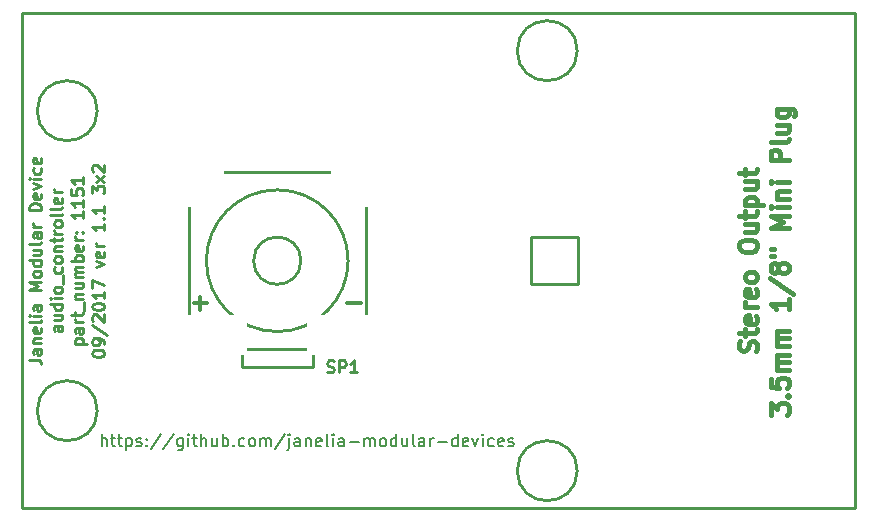
<source format=gto>
%TF.GenerationSoftware,KiCad,Pcbnew,no-vcs-found-33cc7b3~60~ubuntu16.04.1*%
%TF.CreationDate,2017-09-14T13:01:55-04:00*%
%TF.ProjectId,audio_controller_3x2,617564696F5F636F6E74726F6C6C6572,1.1*%
%TF.SameCoordinates,Original*%
%TF.FileFunction,Legend,Top*%
%TF.FilePolarity,Positive*%
%FSLAX46Y46*%
G04 Gerber Fmt 4.6, Leading zero omitted, Abs format (unit mm)*
G04 Created by KiCad (PCBNEW no-vcs-found-33cc7b3~60~ubuntu16.04.1) date Thu Sep 14 13:01:55 2017*
%MOMM*%
%LPD*%
G01*
G04 APERTURE LIST*
%ADD10C,0.228600*%
%ADD11C,0.381000*%
%ADD12C,0.190500*%
%ADD13C,0.254000*%
%ADD14C,0.250000*%
%ADD15C,0.375000*%
%ADD16R,6.500000X3.500000*%
%ADD17R,4.500000X3.500000*%
%ADD18C,3.556000*%
%ADD19O,1.854200X2.540000*%
%ADD20R,1.854200X2.540000*%
%ADD21R,3.475000X3.475000*%
%ADD22C,2.100000*%
G04 APERTURE END LIST*
D10*
X156210000Y-67945000D02*
X85725000Y-67945000D01*
X156210000Y-109855000D02*
X156210000Y-67945000D01*
X85725000Y-109855000D02*
X156210000Y-109855000D01*
X85725000Y-67945000D02*
X85725000Y-109855000D01*
D11*
X147873357Y-96556285D02*
X147945928Y-96338571D01*
X147945928Y-95975714D01*
X147873357Y-95830571D01*
X147800785Y-95758000D01*
X147655642Y-95685428D01*
X147510500Y-95685428D01*
X147365357Y-95758000D01*
X147292785Y-95830571D01*
X147220214Y-95975714D01*
X147147642Y-96266000D01*
X147075071Y-96411142D01*
X147002500Y-96483714D01*
X146857357Y-96556285D01*
X146712214Y-96556285D01*
X146567071Y-96483714D01*
X146494500Y-96411142D01*
X146421928Y-96266000D01*
X146421928Y-95903142D01*
X146494500Y-95685428D01*
X146929928Y-95250000D02*
X146929928Y-94669428D01*
X146421928Y-95032285D02*
X147728214Y-95032285D01*
X147873357Y-94959714D01*
X147945928Y-94814571D01*
X147945928Y-94669428D01*
X147873357Y-93580857D02*
X147945928Y-93726000D01*
X147945928Y-94016285D01*
X147873357Y-94161428D01*
X147728214Y-94234000D01*
X147147642Y-94234000D01*
X147002500Y-94161428D01*
X146929928Y-94016285D01*
X146929928Y-93726000D01*
X147002500Y-93580857D01*
X147147642Y-93508285D01*
X147292785Y-93508285D01*
X147437928Y-94234000D01*
X147945928Y-92855142D02*
X146929928Y-92855142D01*
X147220214Y-92855142D02*
X147075071Y-92782571D01*
X147002500Y-92710000D01*
X146929928Y-92564857D01*
X146929928Y-92419714D01*
X147873357Y-91331142D02*
X147945928Y-91476285D01*
X147945928Y-91766571D01*
X147873357Y-91911714D01*
X147728214Y-91984285D01*
X147147642Y-91984285D01*
X147002500Y-91911714D01*
X146929928Y-91766571D01*
X146929928Y-91476285D01*
X147002500Y-91331142D01*
X147147642Y-91258571D01*
X147292785Y-91258571D01*
X147437928Y-91984285D01*
X147945928Y-90387714D02*
X147873357Y-90532857D01*
X147800785Y-90605428D01*
X147655642Y-90678000D01*
X147220214Y-90678000D01*
X147075071Y-90605428D01*
X147002500Y-90532857D01*
X146929928Y-90387714D01*
X146929928Y-90170000D01*
X147002500Y-90024857D01*
X147075071Y-89952285D01*
X147220214Y-89879714D01*
X147655642Y-89879714D01*
X147800785Y-89952285D01*
X147873357Y-90024857D01*
X147945928Y-90170000D01*
X147945928Y-90387714D01*
X146421928Y-87775142D02*
X146421928Y-87484857D01*
X146494500Y-87339714D01*
X146639642Y-87194571D01*
X146929928Y-87122000D01*
X147437928Y-87122000D01*
X147728214Y-87194571D01*
X147873357Y-87339714D01*
X147945928Y-87484857D01*
X147945928Y-87775142D01*
X147873357Y-87920285D01*
X147728214Y-88065428D01*
X147437928Y-88138000D01*
X146929928Y-88138000D01*
X146639642Y-88065428D01*
X146494500Y-87920285D01*
X146421928Y-87775142D01*
X146929928Y-85815714D02*
X147945928Y-85815714D01*
X146929928Y-86468857D02*
X147728214Y-86468857D01*
X147873357Y-86396285D01*
X147945928Y-86251142D01*
X147945928Y-86033428D01*
X147873357Y-85888285D01*
X147800785Y-85815714D01*
X146929928Y-85307714D02*
X146929928Y-84727142D01*
X146421928Y-85090000D02*
X147728214Y-85090000D01*
X147873357Y-85017428D01*
X147945928Y-84872285D01*
X147945928Y-84727142D01*
X146929928Y-84219142D02*
X148453928Y-84219142D01*
X147002500Y-84219142D02*
X146929928Y-84074000D01*
X146929928Y-83783714D01*
X147002500Y-83638571D01*
X147075071Y-83566000D01*
X147220214Y-83493428D01*
X147655642Y-83493428D01*
X147800785Y-83566000D01*
X147873357Y-83638571D01*
X147945928Y-83783714D01*
X147945928Y-84074000D01*
X147873357Y-84219142D01*
X146929928Y-82187142D02*
X147945928Y-82187142D01*
X146929928Y-82840285D02*
X147728214Y-82840285D01*
X147873357Y-82767714D01*
X147945928Y-82622571D01*
X147945928Y-82404857D01*
X147873357Y-82259714D01*
X147800785Y-82187142D01*
X146929928Y-81679142D02*
X146929928Y-81098571D01*
X146421928Y-81461428D02*
X147728214Y-81461428D01*
X147873357Y-81388857D01*
X147945928Y-81243714D01*
X147945928Y-81098571D01*
X149088928Y-101926571D02*
X149088928Y-100983142D01*
X149669500Y-101491142D01*
X149669500Y-101273428D01*
X149742071Y-101128285D01*
X149814642Y-101055714D01*
X149959785Y-100983142D01*
X150322642Y-100983142D01*
X150467785Y-101055714D01*
X150540357Y-101128285D01*
X150612928Y-101273428D01*
X150612928Y-101708857D01*
X150540357Y-101854000D01*
X150467785Y-101926571D01*
X150467785Y-100330000D02*
X150540357Y-100257428D01*
X150612928Y-100330000D01*
X150540357Y-100402571D01*
X150467785Y-100330000D01*
X150612928Y-100330000D01*
X149088928Y-98878571D02*
X149088928Y-99604285D01*
X149814642Y-99676857D01*
X149742071Y-99604285D01*
X149669500Y-99459142D01*
X149669500Y-99096285D01*
X149742071Y-98951142D01*
X149814642Y-98878571D01*
X149959785Y-98806000D01*
X150322642Y-98806000D01*
X150467785Y-98878571D01*
X150540357Y-98951142D01*
X150612928Y-99096285D01*
X150612928Y-99459142D01*
X150540357Y-99604285D01*
X150467785Y-99676857D01*
X150612928Y-98152857D02*
X149596928Y-98152857D01*
X149742071Y-98152857D02*
X149669500Y-98080285D01*
X149596928Y-97935142D01*
X149596928Y-97717428D01*
X149669500Y-97572285D01*
X149814642Y-97499714D01*
X150612928Y-97499714D01*
X149814642Y-97499714D02*
X149669500Y-97427142D01*
X149596928Y-97282000D01*
X149596928Y-97064285D01*
X149669500Y-96919142D01*
X149814642Y-96846571D01*
X150612928Y-96846571D01*
X150612928Y-96120857D02*
X149596928Y-96120857D01*
X149742071Y-96120857D02*
X149669500Y-96048285D01*
X149596928Y-95903142D01*
X149596928Y-95685428D01*
X149669500Y-95540285D01*
X149814642Y-95467714D01*
X150612928Y-95467714D01*
X149814642Y-95467714D02*
X149669500Y-95395142D01*
X149596928Y-95250000D01*
X149596928Y-95032285D01*
X149669500Y-94887142D01*
X149814642Y-94814571D01*
X150612928Y-94814571D01*
X150612928Y-92129428D02*
X150612928Y-93000285D01*
X150612928Y-92564857D02*
X149088928Y-92564857D01*
X149306642Y-92710000D01*
X149451785Y-92855142D01*
X149524357Y-93000285D01*
X149016357Y-90387714D02*
X150975785Y-91694000D01*
X149742071Y-89662000D02*
X149669500Y-89807142D01*
X149596928Y-89879714D01*
X149451785Y-89952285D01*
X149379214Y-89952285D01*
X149234071Y-89879714D01*
X149161500Y-89807142D01*
X149088928Y-89662000D01*
X149088928Y-89371714D01*
X149161500Y-89226571D01*
X149234071Y-89154000D01*
X149379214Y-89081428D01*
X149451785Y-89081428D01*
X149596928Y-89154000D01*
X149669500Y-89226571D01*
X149742071Y-89371714D01*
X149742071Y-89662000D01*
X149814642Y-89807142D01*
X149887214Y-89879714D01*
X150032357Y-89952285D01*
X150322642Y-89952285D01*
X150467785Y-89879714D01*
X150540357Y-89807142D01*
X150612928Y-89662000D01*
X150612928Y-89371714D01*
X150540357Y-89226571D01*
X150467785Y-89154000D01*
X150322642Y-89081428D01*
X150032357Y-89081428D01*
X149887214Y-89154000D01*
X149814642Y-89226571D01*
X149742071Y-89371714D01*
X149088928Y-88500857D02*
X149379214Y-88500857D01*
X149088928Y-87920285D02*
X149379214Y-87920285D01*
X150612928Y-86106000D02*
X149088928Y-86106000D01*
X150177500Y-85598000D01*
X149088928Y-85090000D01*
X150612928Y-85090000D01*
X150612928Y-84364285D02*
X149596928Y-84364285D01*
X149088928Y-84364285D02*
X149161500Y-84436857D01*
X149234071Y-84364285D01*
X149161500Y-84291714D01*
X149088928Y-84364285D01*
X149234071Y-84364285D01*
X149596928Y-83638571D02*
X150612928Y-83638571D01*
X149742071Y-83638571D02*
X149669500Y-83566000D01*
X149596928Y-83420857D01*
X149596928Y-83203142D01*
X149669500Y-83058000D01*
X149814642Y-82985428D01*
X150612928Y-82985428D01*
X150612928Y-82259714D02*
X149596928Y-82259714D01*
X149088928Y-82259714D02*
X149161500Y-82332285D01*
X149234071Y-82259714D01*
X149161500Y-82187142D01*
X149088928Y-82259714D01*
X149234071Y-82259714D01*
X150612928Y-80372857D02*
X149088928Y-80372857D01*
X149088928Y-79792285D01*
X149161500Y-79647142D01*
X149234071Y-79574571D01*
X149379214Y-79502000D01*
X149596928Y-79502000D01*
X149742071Y-79574571D01*
X149814642Y-79647142D01*
X149887214Y-79792285D01*
X149887214Y-80372857D01*
X150612928Y-78631142D02*
X150540357Y-78776285D01*
X150395214Y-78848857D01*
X149088928Y-78848857D01*
X149596928Y-77397428D02*
X150612928Y-77397428D01*
X149596928Y-78050571D02*
X150395214Y-78050571D01*
X150540357Y-77978000D01*
X150612928Y-77832857D01*
X150612928Y-77615142D01*
X150540357Y-77470000D01*
X150467785Y-77397428D01*
X149596928Y-76018571D02*
X150830642Y-76018571D01*
X150975785Y-76091142D01*
X151048357Y-76163714D01*
X151120928Y-76308857D01*
X151120928Y-76526571D01*
X151048357Y-76671714D01*
X150540357Y-76018571D02*
X150612928Y-76163714D01*
X150612928Y-76454000D01*
X150540357Y-76599142D01*
X150467785Y-76671714D01*
X150322642Y-76744285D01*
X149887214Y-76744285D01*
X149742071Y-76671714D01*
X149669500Y-76599142D01*
X149596928Y-76454000D01*
X149596928Y-76163714D01*
X149669500Y-76018571D01*
D12*
X92437857Y-104599619D02*
X92437857Y-103583619D01*
X92873285Y-104599619D02*
X92873285Y-104067428D01*
X92824904Y-103970666D01*
X92728142Y-103922285D01*
X92583000Y-103922285D01*
X92486238Y-103970666D01*
X92437857Y-104019047D01*
X93211952Y-103922285D02*
X93599000Y-103922285D01*
X93357095Y-103583619D02*
X93357095Y-104454476D01*
X93405476Y-104551238D01*
X93502238Y-104599619D01*
X93599000Y-104599619D01*
X93792523Y-103922285D02*
X94179571Y-103922285D01*
X93937666Y-103583619D02*
X93937666Y-104454476D01*
X93986047Y-104551238D01*
X94082809Y-104599619D01*
X94179571Y-104599619D01*
X94518238Y-103922285D02*
X94518238Y-104938285D01*
X94518238Y-103970666D02*
X94615000Y-103922285D01*
X94808523Y-103922285D01*
X94905285Y-103970666D01*
X94953666Y-104019047D01*
X95002047Y-104115809D01*
X95002047Y-104406095D01*
X94953666Y-104502857D01*
X94905285Y-104551238D01*
X94808523Y-104599619D01*
X94615000Y-104599619D01*
X94518238Y-104551238D01*
X95389095Y-104551238D02*
X95485857Y-104599619D01*
X95679380Y-104599619D01*
X95776142Y-104551238D01*
X95824523Y-104454476D01*
X95824523Y-104406095D01*
X95776142Y-104309333D01*
X95679380Y-104260952D01*
X95534238Y-104260952D01*
X95437476Y-104212571D01*
X95389095Y-104115809D01*
X95389095Y-104067428D01*
X95437476Y-103970666D01*
X95534238Y-103922285D01*
X95679380Y-103922285D01*
X95776142Y-103970666D01*
X96259952Y-104502857D02*
X96308333Y-104551238D01*
X96259952Y-104599619D01*
X96211571Y-104551238D01*
X96259952Y-104502857D01*
X96259952Y-104599619D01*
X96259952Y-103970666D02*
X96308333Y-104019047D01*
X96259952Y-104067428D01*
X96211571Y-104019047D01*
X96259952Y-103970666D01*
X96259952Y-104067428D01*
X97469476Y-103535238D02*
X96598619Y-104841523D01*
X98533857Y-103535238D02*
X97663000Y-104841523D01*
X99307952Y-103922285D02*
X99307952Y-104744761D01*
X99259571Y-104841523D01*
X99211190Y-104889904D01*
X99114428Y-104938285D01*
X98969285Y-104938285D01*
X98872523Y-104889904D01*
X99307952Y-104551238D02*
X99211190Y-104599619D01*
X99017666Y-104599619D01*
X98920904Y-104551238D01*
X98872523Y-104502857D01*
X98824142Y-104406095D01*
X98824142Y-104115809D01*
X98872523Y-104019047D01*
X98920904Y-103970666D01*
X99017666Y-103922285D01*
X99211190Y-103922285D01*
X99307952Y-103970666D01*
X99791761Y-104599619D02*
X99791761Y-103922285D01*
X99791761Y-103583619D02*
X99743380Y-103632000D01*
X99791761Y-103680380D01*
X99840142Y-103632000D01*
X99791761Y-103583619D01*
X99791761Y-103680380D01*
X100130428Y-103922285D02*
X100517476Y-103922285D01*
X100275571Y-103583619D02*
X100275571Y-104454476D01*
X100323952Y-104551238D01*
X100420714Y-104599619D01*
X100517476Y-104599619D01*
X100856142Y-104599619D02*
X100856142Y-103583619D01*
X101291571Y-104599619D02*
X101291571Y-104067428D01*
X101243190Y-103970666D01*
X101146428Y-103922285D01*
X101001285Y-103922285D01*
X100904523Y-103970666D01*
X100856142Y-104019047D01*
X102210809Y-103922285D02*
X102210809Y-104599619D01*
X101775380Y-103922285D02*
X101775380Y-104454476D01*
X101823761Y-104551238D01*
X101920523Y-104599619D01*
X102065666Y-104599619D01*
X102162428Y-104551238D01*
X102210809Y-104502857D01*
X102694619Y-104599619D02*
X102694619Y-103583619D01*
X102694619Y-103970666D02*
X102791380Y-103922285D01*
X102984904Y-103922285D01*
X103081666Y-103970666D01*
X103130047Y-104019047D01*
X103178428Y-104115809D01*
X103178428Y-104406095D01*
X103130047Y-104502857D01*
X103081666Y-104551238D01*
X102984904Y-104599619D01*
X102791380Y-104599619D01*
X102694619Y-104551238D01*
X103613857Y-104502857D02*
X103662238Y-104551238D01*
X103613857Y-104599619D01*
X103565476Y-104551238D01*
X103613857Y-104502857D01*
X103613857Y-104599619D01*
X104533095Y-104551238D02*
X104436333Y-104599619D01*
X104242809Y-104599619D01*
X104146047Y-104551238D01*
X104097666Y-104502857D01*
X104049285Y-104406095D01*
X104049285Y-104115809D01*
X104097666Y-104019047D01*
X104146047Y-103970666D01*
X104242809Y-103922285D01*
X104436333Y-103922285D01*
X104533095Y-103970666D01*
X105113666Y-104599619D02*
X105016904Y-104551238D01*
X104968523Y-104502857D01*
X104920142Y-104406095D01*
X104920142Y-104115809D01*
X104968523Y-104019047D01*
X105016904Y-103970666D01*
X105113666Y-103922285D01*
X105258809Y-103922285D01*
X105355571Y-103970666D01*
X105403952Y-104019047D01*
X105452333Y-104115809D01*
X105452333Y-104406095D01*
X105403952Y-104502857D01*
X105355571Y-104551238D01*
X105258809Y-104599619D01*
X105113666Y-104599619D01*
X105887761Y-104599619D02*
X105887761Y-103922285D01*
X105887761Y-104019047D02*
X105936142Y-103970666D01*
X106032904Y-103922285D01*
X106178047Y-103922285D01*
X106274809Y-103970666D01*
X106323190Y-104067428D01*
X106323190Y-104599619D01*
X106323190Y-104067428D02*
X106371571Y-103970666D01*
X106468333Y-103922285D01*
X106613476Y-103922285D01*
X106710238Y-103970666D01*
X106758619Y-104067428D01*
X106758619Y-104599619D01*
X107968142Y-103535238D02*
X107097285Y-104841523D01*
X108306809Y-103922285D02*
X108306809Y-104793142D01*
X108258428Y-104889904D01*
X108161666Y-104938285D01*
X108113285Y-104938285D01*
X108306809Y-103583619D02*
X108258428Y-103632000D01*
X108306809Y-103680380D01*
X108355190Y-103632000D01*
X108306809Y-103583619D01*
X108306809Y-103680380D01*
X109226047Y-104599619D02*
X109226047Y-104067428D01*
X109177666Y-103970666D01*
X109080904Y-103922285D01*
X108887380Y-103922285D01*
X108790619Y-103970666D01*
X109226047Y-104551238D02*
X109129285Y-104599619D01*
X108887380Y-104599619D01*
X108790619Y-104551238D01*
X108742238Y-104454476D01*
X108742238Y-104357714D01*
X108790619Y-104260952D01*
X108887380Y-104212571D01*
X109129285Y-104212571D01*
X109226047Y-104164190D01*
X109709857Y-103922285D02*
X109709857Y-104599619D01*
X109709857Y-104019047D02*
X109758238Y-103970666D01*
X109855000Y-103922285D01*
X110000142Y-103922285D01*
X110096904Y-103970666D01*
X110145285Y-104067428D01*
X110145285Y-104599619D01*
X111016142Y-104551238D02*
X110919380Y-104599619D01*
X110725857Y-104599619D01*
X110629095Y-104551238D01*
X110580714Y-104454476D01*
X110580714Y-104067428D01*
X110629095Y-103970666D01*
X110725857Y-103922285D01*
X110919380Y-103922285D01*
X111016142Y-103970666D01*
X111064523Y-104067428D01*
X111064523Y-104164190D01*
X110580714Y-104260952D01*
X111645095Y-104599619D02*
X111548333Y-104551238D01*
X111499952Y-104454476D01*
X111499952Y-103583619D01*
X112032142Y-104599619D02*
X112032142Y-103922285D01*
X112032142Y-103583619D02*
X111983761Y-103632000D01*
X112032142Y-103680380D01*
X112080523Y-103632000D01*
X112032142Y-103583619D01*
X112032142Y-103680380D01*
X112951380Y-104599619D02*
X112951380Y-104067428D01*
X112903000Y-103970666D01*
X112806238Y-103922285D01*
X112612714Y-103922285D01*
X112515952Y-103970666D01*
X112951380Y-104551238D02*
X112854619Y-104599619D01*
X112612714Y-104599619D01*
X112515952Y-104551238D01*
X112467571Y-104454476D01*
X112467571Y-104357714D01*
X112515952Y-104260952D01*
X112612714Y-104212571D01*
X112854619Y-104212571D01*
X112951380Y-104164190D01*
X113435190Y-104212571D02*
X114209285Y-104212571D01*
X114693095Y-104599619D02*
X114693095Y-103922285D01*
X114693095Y-104019047D02*
X114741476Y-103970666D01*
X114838238Y-103922285D01*
X114983380Y-103922285D01*
X115080142Y-103970666D01*
X115128523Y-104067428D01*
X115128523Y-104599619D01*
X115128523Y-104067428D02*
X115176904Y-103970666D01*
X115273666Y-103922285D01*
X115418809Y-103922285D01*
X115515571Y-103970666D01*
X115563952Y-104067428D01*
X115563952Y-104599619D01*
X116192904Y-104599619D02*
X116096142Y-104551238D01*
X116047761Y-104502857D01*
X115999380Y-104406095D01*
X115999380Y-104115809D01*
X116047761Y-104019047D01*
X116096142Y-103970666D01*
X116192904Y-103922285D01*
X116338047Y-103922285D01*
X116434809Y-103970666D01*
X116483190Y-104019047D01*
X116531571Y-104115809D01*
X116531571Y-104406095D01*
X116483190Y-104502857D01*
X116434809Y-104551238D01*
X116338047Y-104599619D01*
X116192904Y-104599619D01*
X117402428Y-104599619D02*
X117402428Y-103583619D01*
X117402428Y-104551238D02*
X117305666Y-104599619D01*
X117112142Y-104599619D01*
X117015380Y-104551238D01*
X116967000Y-104502857D01*
X116918619Y-104406095D01*
X116918619Y-104115809D01*
X116967000Y-104019047D01*
X117015380Y-103970666D01*
X117112142Y-103922285D01*
X117305666Y-103922285D01*
X117402428Y-103970666D01*
X118321666Y-103922285D02*
X118321666Y-104599619D01*
X117886238Y-103922285D02*
X117886238Y-104454476D01*
X117934619Y-104551238D01*
X118031380Y-104599619D01*
X118176523Y-104599619D01*
X118273285Y-104551238D01*
X118321666Y-104502857D01*
X118950619Y-104599619D02*
X118853857Y-104551238D01*
X118805476Y-104454476D01*
X118805476Y-103583619D01*
X119773095Y-104599619D02*
X119773095Y-104067428D01*
X119724714Y-103970666D01*
X119627952Y-103922285D01*
X119434428Y-103922285D01*
X119337666Y-103970666D01*
X119773095Y-104551238D02*
X119676333Y-104599619D01*
X119434428Y-104599619D01*
X119337666Y-104551238D01*
X119289285Y-104454476D01*
X119289285Y-104357714D01*
X119337666Y-104260952D01*
X119434428Y-104212571D01*
X119676333Y-104212571D01*
X119773095Y-104164190D01*
X120256904Y-104599619D02*
X120256904Y-103922285D01*
X120256904Y-104115809D02*
X120305285Y-104019047D01*
X120353666Y-103970666D01*
X120450428Y-103922285D01*
X120547190Y-103922285D01*
X120885857Y-104212571D02*
X121659952Y-104212571D01*
X122579190Y-104599619D02*
X122579190Y-103583619D01*
X122579190Y-104551238D02*
X122482428Y-104599619D01*
X122288904Y-104599619D01*
X122192142Y-104551238D01*
X122143761Y-104502857D01*
X122095380Y-104406095D01*
X122095380Y-104115809D01*
X122143761Y-104019047D01*
X122192142Y-103970666D01*
X122288904Y-103922285D01*
X122482428Y-103922285D01*
X122579190Y-103970666D01*
X123450047Y-104551238D02*
X123353285Y-104599619D01*
X123159761Y-104599619D01*
X123063000Y-104551238D01*
X123014619Y-104454476D01*
X123014619Y-104067428D01*
X123063000Y-103970666D01*
X123159761Y-103922285D01*
X123353285Y-103922285D01*
X123450047Y-103970666D01*
X123498428Y-104067428D01*
X123498428Y-104164190D01*
X123014619Y-104260952D01*
X123837095Y-103922285D02*
X124079000Y-104599619D01*
X124320904Y-103922285D01*
X124707952Y-104599619D02*
X124707952Y-103922285D01*
X124707952Y-103583619D02*
X124659571Y-103632000D01*
X124707952Y-103680380D01*
X124756333Y-103632000D01*
X124707952Y-103583619D01*
X124707952Y-103680380D01*
X125627190Y-104551238D02*
X125530428Y-104599619D01*
X125336904Y-104599619D01*
X125240142Y-104551238D01*
X125191761Y-104502857D01*
X125143380Y-104406095D01*
X125143380Y-104115809D01*
X125191761Y-104019047D01*
X125240142Y-103970666D01*
X125336904Y-103922285D01*
X125530428Y-103922285D01*
X125627190Y-103970666D01*
X126449666Y-104551238D02*
X126352904Y-104599619D01*
X126159380Y-104599619D01*
X126062619Y-104551238D01*
X126014238Y-104454476D01*
X126014238Y-104067428D01*
X126062619Y-103970666D01*
X126159380Y-103922285D01*
X126352904Y-103922285D01*
X126449666Y-103970666D01*
X126498047Y-104067428D01*
X126498047Y-104164190D01*
X126014238Y-104260952D01*
X126885095Y-104551238D02*
X126981857Y-104599619D01*
X127175380Y-104599619D01*
X127272142Y-104551238D01*
X127320523Y-104454476D01*
X127320523Y-104406095D01*
X127272142Y-104309333D01*
X127175380Y-104260952D01*
X127030238Y-104260952D01*
X126933476Y-104212571D01*
X126885095Y-104115809D01*
X126885095Y-104067428D01*
X126933476Y-103970666D01*
X127030238Y-103922285D01*
X127175380Y-103922285D01*
X127272142Y-103970666D01*
D13*
X86311619Y-97294095D02*
X87037333Y-97294095D01*
X87182476Y-97342476D01*
X87279238Y-97439238D01*
X87327619Y-97584380D01*
X87327619Y-97681142D01*
X87327619Y-96374857D02*
X86795428Y-96374857D01*
X86698666Y-96423238D01*
X86650285Y-96520000D01*
X86650285Y-96713523D01*
X86698666Y-96810285D01*
X87279238Y-96374857D02*
X87327619Y-96471619D01*
X87327619Y-96713523D01*
X87279238Y-96810285D01*
X87182476Y-96858666D01*
X87085714Y-96858666D01*
X86988952Y-96810285D01*
X86940571Y-96713523D01*
X86940571Y-96471619D01*
X86892190Y-96374857D01*
X86650285Y-95891047D02*
X87327619Y-95891047D01*
X86747047Y-95891047D02*
X86698666Y-95842666D01*
X86650285Y-95745904D01*
X86650285Y-95600761D01*
X86698666Y-95504000D01*
X86795428Y-95455619D01*
X87327619Y-95455619D01*
X87279238Y-94584761D02*
X87327619Y-94681523D01*
X87327619Y-94875047D01*
X87279238Y-94971809D01*
X87182476Y-95020190D01*
X86795428Y-95020190D01*
X86698666Y-94971809D01*
X86650285Y-94875047D01*
X86650285Y-94681523D01*
X86698666Y-94584761D01*
X86795428Y-94536380D01*
X86892190Y-94536380D01*
X86988952Y-95020190D01*
X87327619Y-93955809D02*
X87279238Y-94052571D01*
X87182476Y-94100952D01*
X86311619Y-94100952D01*
X87327619Y-93568761D02*
X86650285Y-93568761D01*
X86311619Y-93568761D02*
X86360000Y-93617142D01*
X86408380Y-93568761D01*
X86360000Y-93520380D01*
X86311619Y-93568761D01*
X86408380Y-93568761D01*
X87327619Y-92649523D02*
X86795428Y-92649523D01*
X86698666Y-92697904D01*
X86650285Y-92794666D01*
X86650285Y-92988190D01*
X86698666Y-93084952D01*
X87279238Y-92649523D02*
X87327619Y-92746285D01*
X87327619Y-92988190D01*
X87279238Y-93084952D01*
X87182476Y-93133333D01*
X87085714Y-93133333D01*
X86988952Y-93084952D01*
X86940571Y-92988190D01*
X86940571Y-92746285D01*
X86892190Y-92649523D01*
X87327619Y-91391619D02*
X86311619Y-91391619D01*
X87037333Y-91052952D01*
X86311619Y-90714285D01*
X87327619Y-90714285D01*
X87327619Y-90085333D02*
X87279238Y-90182095D01*
X87230857Y-90230476D01*
X87134095Y-90278857D01*
X86843809Y-90278857D01*
X86747047Y-90230476D01*
X86698666Y-90182095D01*
X86650285Y-90085333D01*
X86650285Y-89940190D01*
X86698666Y-89843428D01*
X86747047Y-89795047D01*
X86843809Y-89746666D01*
X87134095Y-89746666D01*
X87230857Y-89795047D01*
X87279238Y-89843428D01*
X87327619Y-89940190D01*
X87327619Y-90085333D01*
X87327619Y-88875809D02*
X86311619Y-88875809D01*
X87279238Y-88875809D02*
X87327619Y-88972571D01*
X87327619Y-89166095D01*
X87279238Y-89262857D01*
X87230857Y-89311238D01*
X87134095Y-89359619D01*
X86843809Y-89359619D01*
X86747047Y-89311238D01*
X86698666Y-89262857D01*
X86650285Y-89166095D01*
X86650285Y-88972571D01*
X86698666Y-88875809D01*
X86650285Y-87956571D02*
X87327619Y-87956571D01*
X86650285Y-88392000D02*
X87182476Y-88392000D01*
X87279238Y-88343619D01*
X87327619Y-88246857D01*
X87327619Y-88101714D01*
X87279238Y-88004952D01*
X87230857Y-87956571D01*
X87327619Y-87327619D02*
X87279238Y-87424380D01*
X87182476Y-87472761D01*
X86311619Y-87472761D01*
X87327619Y-86505142D02*
X86795428Y-86505142D01*
X86698666Y-86553523D01*
X86650285Y-86650285D01*
X86650285Y-86843809D01*
X86698666Y-86940571D01*
X87279238Y-86505142D02*
X87327619Y-86601904D01*
X87327619Y-86843809D01*
X87279238Y-86940571D01*
X87182476Y-86988952D01*
X87085714Y-86988952D01*
X86988952Y-86940571D01*
X86940571Y-86843809D01*
X86940571Y-86601904D01*
X86892190Y-86505142D01*
X87327619Y-86021333D02*
X86650285Y-86021333D01*
X86843809Y-86021333D02*
X86747047Y-85972952D01*
X86698666Y-85924571D01*
X86650285Y-85827809D01*
X86650285Y-85731047D01*
X87327619Y-84618285D02*
X86311619Y-84618285D01*
X86311619Y-84376380D01*
X86360000Y-84231238D01*
X86456761Y-84134476D01*
X86553523Y-84086095D01*
X86747047Y-84037714D01*
X86892190Y-84037714D01*
X87085714Y-84086095D01*
X87182476Y-84134476D01*
X87279238Y-84231238D01*
X87327619Y-84376380D01*
X87327619Y-84618285D01*
X87279238Y-83215238D02*
X87327619Y-83312000D01*
X87327619Y-83505523D01*
X87279238Y-83602285D01*
X87182476Y-83650666D01*
X86795428Y-83650666D01*
X86698666Y-83602285D01*
X86650285Y-83505523D01*
X86650285Y-83312000D01*
X86698666Y-83215238D01*
X86795428Y-83166857D01*
X86892190Y-83166857D01*
X86988952Y-83650666D01*
X86650285Y-82828190D02*
X87327619Y-82586285D01*
X86650285Y-82344380D01*
X87327619Y-81957333D02*
X86650285Y-81957333D01*
X86311619Y-81957333D02*
X86360000Y-82005714D01*
X86408380Y-81957333D01*
X86360000Y-81908952D01*
X86311619Y-81957333D01*
X86408380Y-81957333D01*
X87279238Y-81038095D02*
X87327619Y-81134857D01*
X87327619Y-81328380D01*
X87279238Y-81425142D01*
X87230857Y-81473523D01*
X87134095Y-81521904D01*
X86843809Y-81521904D01*
X86747047Y-81473523D01*
X86698666Y-81425142D01*
X86650285Y-81328380D01*
X86650285Y-81134857D01*
X86698666Y-81038095D01*
X87279238Y-80215619D02*
X87327619Y-80312380D01*
X87327619Y-80505904D01*
X87279238Y-80602666D01*
X87182476Y-80651047D01*
X86795428Y-80651047D01*
X86698666Y-80602666D01*
X86650285Y-80505904D01*
X86650285Y-80312380D01*
X86698666Y-80215619D01*
X86795428Y-80167238D01*
X86892190Y-80167238D01*
X86988952Y-80651047D01*
X89105619Y-94391238D02*
X88573428Y-94391238D01*
X88476666Y-94439619D01*
X88428285Y-94536380D01*
X88428285Y-94729904D01*
X88476666Y-94826666D01*
X89057238Y-94391238D02*
X89105619Y-94488000D01*
X89105619Y-94729904D01*
X89057238Y-94826666D01*
X88960476Y-94875047D01*
X88863714Y-94875047D01*
X88766952Y-94826666D01*
X88718571Y-94729904D01*
X88718571Y-94488000D01*
X88670190Y-94391238D01*
X88428285Y-93472000D02*
X89105619Y-93472000D01*
X88428285Y-93907428D02*
X88960476Y-93907428D01*
X89057238Y-93859047D01*
X89105619Y-93762285D01*
X89105619Y-93617142D01*
X89057238Y-93520380D01*
X89008857Y-93472000D01*
X89105619Y-92552761D02*
X88089619Y-92552761D01*
X89057238Y-92552761D02*
X89105619Y-92649523D01*
X89105619Y-92843047D01*
X89057238Y-92939809D01*
X89008857Y-92988190D01*
X88912095Y-93036571D01*
X88621809Y-93036571D01*
X88525047Y-92988190D01*
X88476666Y-92939809D01*
X88428285Y-92843047D01*
X88428285Y-92649523D01*
X88476666Y-92552761D01*
X89105619Y-92068952D02*
X88428285Y-92068952D01*
X88089619Y-92068952D02*
X88138000Y-92117333D01*
X88186380Y-92068952D01*
X88138000Y-92020571D01*
X88089619Y-92068952D01*
X88186380Y-92068952D01*
X89105619Y-91440000D02*
X89057238Y-91536761D01*
X89008857Y-91585142D01*
X88912095Y-91633523D01*
X88621809Y-91633523D01*
X88525047Y-91585142D01*
X88476666Y-91536761D01*
X88428285Y-91440000D01*
X88428285Y-91294857D01*
X88476666Y-91198095D01*
X88525047Y-91149714D01*
X88621809Y-91101333D01*
X88912095Y-91101333D01*
X89008857Y-91149714D01*
X89057238Y-91198095D01*
X89105619Y-91294857D01*
X89105619Y-91440000D01*
X89202380Y-90907809D02*
X89202380Y-90133714D01*
X89057238Y-89456380D02*
X89105619Y-89553142D01*
X89105619Y-89746666D01*
X89057238Y-89843428D01*
X89008857Y-89891809D01*
X88912095Y-89940190D01*
X88621809Y-89940190D01*
X88525047Y-89891809D01*
X88476666Y-89843428D01*
X88428285Y-89746666D01*
X88428285Y-89553142D01*
X88476666Y-89456380D01*
X89105619Y-88875809D02*
X89057238Y-88972571D01*
X89008857Y-89020952D01*
X88912095Y-89069333D01*
X88621809Y-89069333D01*
X88525047Y-89020952D01*
X88476666Y-88972571D01*
X88428285Y-88875809D01*
X88428285Y-88730666D01*
X88476666Y-88633904D01*
X88525047Y-88585523D01*
X88621809Y-88537142D01*
X88912095Y-88537142D01*
X89008857Y-88585523D01*
X89057238Y-88633904D01*
X89105619Y-88730666D01*
X89105619Y-88875809D01*
X88428285Y-88101714D02*
X89105619Y-88101714D01*
X88525047Y-88101714D02*
X88476666Y-88053333D01*
X88428285Y-87956571D01*
X88428285Y-87811428D01*
X88476666Y-87714666D01*
X88573428Y-87666285D01*
X89105619Y-87666285D01*
X88428285Y-87327619D02*
X88428285Y-86940571D01*
X88089619Y-87182476D02*
X88960476Y-87182476D01*
X89057238Y-87134095D01*
X89105619Y-87037333D01*
X89105619Y-86940571D01*
X89105619Y-86601904D02*
X88428285Y-86601904D01*
X88621809Y-86601904D02*
X88525047Y-86553523D01*
X88476666Y-86505142D01*
X88428285Y-86408380D01*
X88428285Y-86311619D01*
X89105619Y-85827809D02*
X89057238Y-85924571D01*
X89008857Y-85972952D01*
X88912095Y-86021333D01*
X88621809Y-86021333D01*
X88525047Y-85972952D01*
X88476666Y-85924571D01*
X88428285Y-85827809D01*
X88428285Y-85682666D01*
X88476666Y-85585904D01*
X88525047Y-85537523D01*
X88621809Y-85489142D01*
X88912095Y-85489142D01*
X89008857Y-85537523D01*
X89057238Y-85585904D01*
X89105619Y-85682666D01*
X89105619Y-85827809D01*
X89105619Y-84908571D02*
X89057238Y-85005333D01*
X88960476Y-85053714D01*
X88089619Y-85053714D01*
X89105619Y-84376380D02*
X89057238Y-84473142D01*
X88960476Y-84521523D01*
X88089619Y-84521523D01*
X89057238Y-83602285D02*
X89105619Y-83699047D01*
X89105619Y-83892571D01*
X89057238Y-83989333D01*
X88960476Y-84037714D01*
X88573428Y-84037714D01*
X88476666Y-83989333D01*
X88428285Y-83892571D01*
X88428285Y-83699047D01*
X88476666Y-83602285D01*
X88573428Y-83553904D01*
X88670190Y-83553904D01*
X88766952Y-84037714D01*
X89105619Y-83118476D02*
X88428285Y-83118476D01*
X88621809Y-83118476D02*
X88525047Y-83070095D01*
X88476666Y-83021714D01*
X88428285Y-82924952D01*
X88428285Y-82828190D01*
X90206285Y-95939428D02*
X91222285Y-95939428D01*
X90254666Y-95939428D02*
X90206285Y-95842666D01*
X90206285Y-95649142D01*
X90254666Y-95552380D01*
X90303047Y-95504000D01*
X90399809Y-95455619D01*
X90690095Y-95455619D01*
X90786857Y-95504000D01*
X90835238Y-95552380D01*
X90883619Y-95649142D01*
X90883619Y-95842666D01*
X90835238Y-95939428D01*
X90883619Y-94584761D02*
X90351428Y-94584761D01*
X90254666Y-94633142D01*
X90206285Y-94729904D01*
X90206285Y-94923428D01*
X90254666Y-95020190D01*
X90835238Y-94584761D02*
X90883619Y-94681523D01*
X90883619Y-94923428D01*
X90835238Y-95020190D01*
X90738476Y-95068571D01*
X90641714Y-95068571D01*
X90544952Y-95020190D01*
X90496571Y-94923428D01*
X90496571Y-94681523D01*
X90448190Y-94584761D01*
X90883619Y-94100952D02*
X90206285Y-94100952D01*
X90399809Y-94100952D02*
X90303047Y-94052571D01*
X90254666Y-94004190D01*
X90206285Y-93907428D01*
X90206285Y-93810666D01*
X90206285Y-93617142D02*
X90206285Y-93230095D01*
X89867619Y-93472000D02*
X90738476Y-93472000D01*
X90835238Y-93423619D01*
X90883619Y-93326857D01*
X90883619Y-93230095D01*
X90980380Y-93133333D02*
X90980380Y-92359238D01*
X90206285Y-92117333D02*
X90883619Y-92117333D01*
X90303047Y-92117333D02*
X90254666Y-92068952D01*
X90206285Y-91972190D01*
X90206285Y-91827047D01*
X90254666Y-91730285D01*
X90351428Y-91681904D01*
X90883619Y-91681904D01*
X90206285Y-90762666D02*
X90883619Y-90762666D01*
X90206285Y-91198095D02*
X90738476Y-91198095D01*
X90835238Y-91149714D01*
X90883619Y-91052952D01*
X90883619Y-90907809D01*
X90835238Y-90811047D01*
X90786857Y-90762666D01*
X90883619Y-90278857D02*
X90206285Y-90278857D01*
X90303047Y-90278857D02*
X90254666Y-90230476D01*
X90206285Y-90133714D01*
X90206285Y-89988571D01*
X90254666Y-89891809D01*
X90351428Y-89843428D01*
X90883619Y-89843428D01*
X90351428Y-89843428D02*
X90254666Y-89795047D01*
X90206285Y-89698285D01*
X90206285Y-89553142D01*
X90254666Y-89456380D01*
X90351428Y-89408000D01*
X90883619Y-89408000D01*
X90883619Y-88924190D02*
X89867619Y-88924190D01*
X90254666Y-88924190D02*
X90206285Y-88827428D01*
X90206285Y-88633904D01*
X90254666Y-88537142D01*
X90303047Y-88488761D01*
X90399809Y-88440380D01*
X90690095Y-88440380D01*
X90786857Y-88488761D01*
X90835238Y-88537142D01*
X90883619Y-88633904D01*
X90883619Y-88827428D01*
X90835238Y-88924190D01*
X90835238Y-87617904D02*
X90883619Y-87714666D01*
X90883619Y-87908190D01*
X90835238Y-88004952D01*
X90738476Y-88053333D01*
X90351428Y-88053333D01*
X90254666Y-88004952D01*
X90206285Y-87908190D01*
X90206285Y-87714666D01*
X90254666Y-87617904D01*
X90351428Y-87569523D01*
X90448190Y-87569523D01*
X90544952Y-88053333D01*
X90883619Y-87134095D02*
X90206285Y-87134095D01*
X90399809Y-87134095D02*
X90303047Y-87085714D01*
X90254666Y-87037333D01*
X90206285Y-86940571D01*
X90206285Y-86843809D01*
X90786857Y-86505142D02*
X90835238Y-86456761D01*
X90883619Y-86505142D01*
X90835238Y-86553523D01*
X90786857Y-86505142D01*
X90883619Y-86505142D01*
X90254666Y-86505142D02*
X90303047Y-86456761D01*
X90351428Y-86505142D01*
X90303047Y-86553523D01*
X90254666Y-86505142D01*
X90351428Y-86505142D01*
X90883619Y-84715047D02*
X90883619Y-85295619D01*
X90883619Y-85005333D02*
X89867619Y-85005333D01*
X90012761Y-85102095D01*
X90109523Y-85198857D01*
X90157904Y-85295619D01*
X90883619Y-83747428D02*
X90883619Y-84328000D01*
X90883619Y-84037714D02*
X89867619Y-84037714D01*
X90012761Y-84134476D01*
X90109523Y-84231238D01*
X90157904Y-84328000D01*
X89867619Y-82828190D02*
X89867619Y-83312000D01*
X90351428Y-83360380D01*
X90303047Y-83312000D01*
X90254666Y-83215238D01*
X90254666Y-82973333D01*
X90303047Y-82876571D01*
X90351428Y-82828190D01*
X90448190Y-82779809D01*
X90690095Y-82779809D01*
X90786857Y-82828190D01*
X90835238Y-82876571D01*
X90883619Y-82973333D01*
X90883619Y-83215238D01*
X90835238Y-83312000D01*
X90786857Y-83360380D01*
X90883619Y-81812190D02*
X90883619Y-82392761D01*
X90883619Y-82102476D02*
X89867619Y-82102476D01*
X90012761Y-82199238D01*
X90109523Y-82295999D01*
X90157904Y-82392761D01*
X91645619Y-96786095D02*
X91645619Y-96689333D01*
X91694000Y-96592571D01*
X91742380Y-96544190D01*
X91839142Y-96495809D01*
X92032666Y-96447428D01*
X92274571Y-96447428D01*
X92468095Y-96495809D01*
X92564857Y-96544190D01*
X92613238Y-96592571D01*
X92661619Y-96689333D01*
X92661619Y-96786095D01*
X92613238Y-96882857D01*
X92564857Y-96931238D01*
X92468095Y-96979619D01*
X92274571Y-97028000D01*
X92032666Y-97028000D01*
X91839142Y-96979619D01*
X91742380Y-96931238D01*
X91694000Y-96882857D01*
X91645619Y-96786095D01*
X92661619Y-95963619D02*
X92661619Y-95770095D01*
X92613238Y-95673333D01*
X92564857Y-95624952D01*
X92419714Y-95528190D01*
X92226190Y-95479809D01*
X91839142Y-95479809D01*
X91742380Y-95528190D01*
X91694000Y-95576571D01*
X91645619Y-95673333D01*
X91645619Y-95866857D01*
X91694000Y-95963619D01*
X91742380Y-96012000D01*
X91839142Y-96060380D01*
X92081047Y-96060380D01*
X92177809Y-96012000D01*
X92226190Y-95963619D01*
X92274571Y-95866857D01*
X92274571Y-95673333D01*
X92226190Y-95576571D01*
X92177809Y-95528190D01*
X92081047Y-95479809D01*
X91597238Y-94318666D02*
X92903523Y-95189523D01*
X91742380Y-94028380D02*
X91694000Y-93980000D01*
X91645619Y-93883238D01*
X91645619Y-93641333D01*
X91694000Y-93544571D01*
X91742380Y-93496190D01*
X91839142Y-93447809D01*
X91935904Y-93447809D01*
X92081047Y-93496190D01*
X92661619Y-94076761D01*
X92661619Y-93447809D01*
X91645619Y-92818857D02*
X91645619Y-92722095D01*
X91694000Y-92625333D01*
X91742380Y-92576952D01*
X91839142Y-92528571D01*
X92032666Y-92480190D01*
X92274571Y-92480190D01*
X92468095Y-92528571D01*
X92564857Y-92576952D01*
X92613238Y-92625333D01*
X92661619Y-92722095D01*
X92661619Y-92818857D01*
X92613238Y-92915619D01*
X92564857Y-92964000D01*
X92468095Y-93012380D01*
X92274571Y-93060761D01*
X92032666Y-93060761D01*
X91839142Y-93012380D01*
X91742380Y-92964000D01*
X91694000Y-92915619D01*
X91645619Y-92818857D01*
X92661619Y-91512571D02*
X92661619Y-92093142D01*
X92661619Y-91802857D02*
X91645619Y-91802857D01*
X91790761Y-91899619D01*
X91887523Y-91996380D01*
X91935904Y-92093142D01*
X91645619Y-91173904D02*
X91645619Y-90496571D01*
X92661619Y-90932000D01*
X91984285Y-89432190D02*
X92661619Y-89190285D01*
X91984285Y-88948380D01*
X92613238Y-88174285D02*
X92661619Y-88271047D01*
X92661619Y-88464571D01*
X92613238Y-88561333D01*
X92516476Y-88609714D01*
X92129428Y-88609714D01*
X92032666Y-88561333D01*
X91984285Y-88464571D01*
X91984285Y-88271047D01*
X92032666Y-88174285D01*
X92129428Y-88125904D01*
X92226190Y-88125904D01*
X92322952Y-88609714D01*
X92661619Y-87690476D02*
X91984285Y-87690476D01*
X92177809Y-87690476D02*
X92081047Y-87642095D01*
X92032666Y-87593714D01*
X91984285Y-87496952D01*
X91984285Y-87400190D01*
X92661619Y-85755238D02*
X92661619Y-86335809D01*
X92661619Y-86045523D02*
X91645619Y-86045523D01*
X91790761Y-86142285D01*
X91887523Y-86239047D01*
X91935904Y-86335809D01*
X92564857Y-85319809D02*
X92613238Y-85271428D01*
X92661619Y-85319809D01*
X92613238Y-85368190D01*
X92564857Y-85319809D01*
X92661619Y-85319809D01*
X92661619Y-84303809D02*
X92661619Y-84884380D01*
X92661619Y-84594095D02*
X91645619Y-84594095D01*
X91790761Y-84690857D01*
X91887523Y-84787619D01*
X91935904Y-84884380D01*
X91645619Y-83191047D02*
X91645619Y-82562095D01*
X92032666Y-82900761D01*
X92032666Y-82755619D01*
X92081047Y-82658857D01*
X92129428Y-82610476D01*
X92226190Y-82562095D01*
X92468095Y-82562095D01*
X92564857Y-82610476D01*
X92613238Y-82658857D01*
X92661619Y-82755619D01*
X92661619Y-83045904D01*
X92613238Y-83142666D01*
X92564857Y-83191047D01*
X92661619Y-82223428D02*
X91984285Y-81691238D01*
X91984285Y-82223428D02*
X92661619Y-81691238D01*
X91742380Y-81352571D02*
X91694000Y-81304190D01*
X91645619Y-81207428D01*
X91645619Y-80965523D01*
X91694000Y-80868761D01*
X91742380Y-80820380D01*
X91839142Y-80772000D01*
X91935904Y-80772000D01*
X92081047Y-80820380D01*
X92661619Y-81400952D01*
X92661619Y-80772000D01*
D10*
%TO.C,SP1*%
X109315000Y-88900000D02*
G75*
G03X109315000Y-88900000I-2000000J0D01*
G01*
X113315000Y-88900000D02*
G75*
G03X113315000Y-88900000I-6000000J0D01*
G01*
X104315000Y-96400000D02*
X104315000Y-97900000D01*
X104315000Y-97900000D02*
X110315000Y-97900000D01*
X110315000Y-97900000D02*
X110315000Y-96400000D01*
X99815000Y-81400000D02*
X114815000Y-81400000D01*
X114815000Y-81400000D02*
X114815000Y-96400000D01*
X114815000Y-96400000D02*
X99815000Y-96400000D01*
X99815000Y-96400000D02*
X99815000Y-81400000D01*
%TO.C,MDB1*%
X132715000Y-71120000D02*
G75*
G03X132715000Y-71120000I-2540000J0D01*
G01*
X132715000Y-106680000D02*
G75*
G03X132715000Y-106680000I-2540000J0D01*
G01*
X92075000Y-101600000D02*
G75*
G03X92075000Y-101600000I-2540000J0D01*
G01*
X92075000Y-76200000D02*
G75*
G03X92075000Y-76200000I-2540000J0D01*
G01*
D14*
%TO.C,U1*%
X128810000Y-86900000D02*
X132810000Y-86900000D01*
X128810000Y-90900000D02*
X128810000Y-86900000D01*
X132810000Y-90900000D02*
X128810000Y-90900000D01*
X132810000Y-86900000D02*
X132810000Y-90900000D01*
%TD*%
%TO.C,SP1*%
D13*
X111532904Y-98311238D02*
X111678047Y-98359619D01*
X111919952Y-98359619D01*
X112016714Y-98311238D01*
X112065095Y-98262857D01*
X112113476Y-98166095D01*
X112113476Y-98069333D01*
X112065095Y-97972571D01*
X112016714Y-97924190D01*
X111919952Y-97875809D01*
X111726428Y-97827428D01*
X111629666Y-97779047D01*
X111581285Y-97730666D01*
X111532904Y-97633904D01*
X111532904Y-97537142D01*
X111581285Y-97440380D01*
X111629666Y-97392000D01*
X111726428Y-97343619D01*
X111968333Y-97343619D01*
X112113476Y-97392000D01*
X112548904Y-98359619D02*
X112548904Y-97343619D01*
X112935952Y-97343619D01*
X113032714Y-97392000D01*
X113081095Y-97440380D01*
X113129476Y-97537142D01*
X113129476Y-97682285D01*
X113081095Y-97779047D01*
X113032714Y-97827428D01*
X112935952Y-97875809D01*
X112548904Y-97875809D01*
X114097095Y-98359619D02*
X113516523Y-98359619D01*
X113806809Y-98359619D02*
X113806809Y-97343619D01*
X113710047Y-97488761D01*
X113613285Y-97585523D01*
X113516523Y-97633904D01*
D15*
X113243571Y-92507142D02*
X114386428Y-92507142D01*
X100243571Y-92507142D02*
X101386428Y-92507142D01*
X100815000Y-93078571D02*
X100815000Y-91935714D01*
%TD*%
%LPC*%
D16*
%TO.C,SP1*%
X101565000Y-95150000D03*
X113065000Y-95150000D03*
D17*
X100565000Y-82650000D03*
X114065000Y-82650000D03*
%TD*%
D18*
%TO.C,MDB1*%
X130175000Y-71120000D03*
X130175000Y-106680000D03*
X89535000Y-101600000D03*
X89535000Y-76200000D03*
D19*
X88265000Y-106680000D03*
X90805000Y-106680000D03*
X93345000Y-106680000D03*
X95885000Y-106680000D03*
X98425000Y-106680000D03*
X100965000Y-106680000D03*
X103505000Y-106680000D03*
X106045000Y-106680000D03*
X108585000Y-106680000D03*
X111125000Y-106680000D03*
X113665000Y-106680000D03*
X116205000Y-106680000D03*
X118745000Y-106680000D03*
X121285000Y-106680000D03*
X123825000Y-106680000D03*
X126365000Y-106680000D03*
X126365000Y-71120000D03*
X123825000Y-71120000D03*
X121285000Y-71120000D03*
X118745000Y-71120000D03*
X116205000Y-71120000D03*
X113665000Y-71120000D03*
X111125000Y-71120000D03*
X108585000Y-71120000D03*
X106045000Y-71120000D03*
X103505000Y-71120000D03*
X100965000Y-71120000D03*
X98425000Y-71120000D03*
X95885000Y-71120000D03*
D20*
X88265000Y-71120000D03*
D19*
X93345000Y-71120000D03*
X90805000Y-71120000D03*
%TD*%
D21*
%TO.C,U1*%
X130810000Y-88900000D03*
%TD*%
D22*
%TO.C,J1*%
X145075000Y-88900000D03*
X152075000Y-88900000D03*
%TD*%
M02*

</source>
